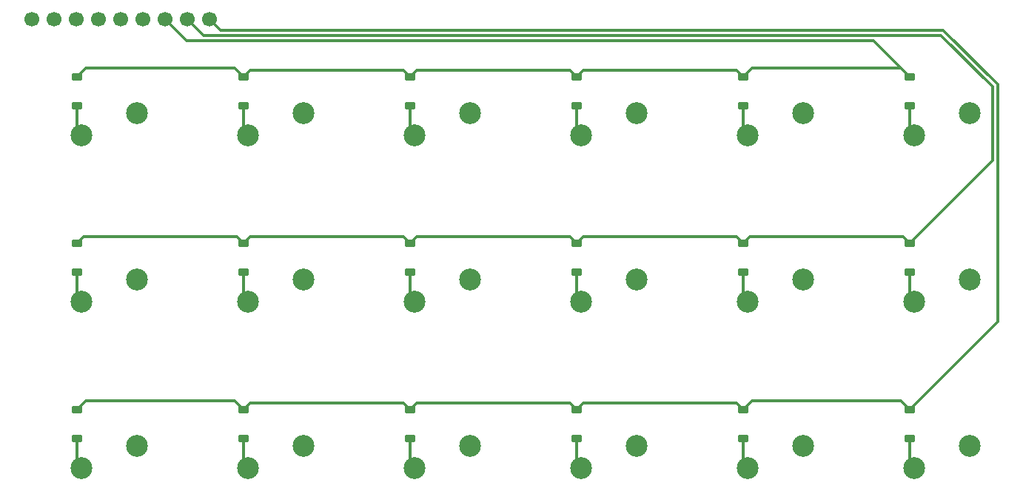
<source format=gbr>
%TF.GenerationSoftware,KiCad,Pcbnew,8.0.1*%
%TF.CreationDate,2025-04-02T15:04:39-04:00*%
%TF.ProjectId,ScottoPad,53636f74-746f-4506-9164-2e6b69636164,rev?*%
%TF.SameCoordinates,Original*%
%TF.FileFunction,Copper,L2,Bot*%
%TF.FilePolarity,Positive*%
%FSLAX46Y46*%
G04 Gerber Fmt 4.6, Leading zero omitted, Abs format (unit mm)*
G04 Created by KiCad (PCBNEW 8.0.1) date 2025-04-02 15:04:39*
%MOMM*%
%LPD*%
G01*
G04 APERTURE LIST*
G04 Aperture macros list*
%AMRoundRect*
0 Rectangle with rounded corners*
0 $1 Rounding radius*
0 $2 $3 $4 $5 $6 $7 $8 $9 X,Y pos of 4 corners*
0 Add a 4 corners polygon primitive as box body*
4,1,4,$2,$3,$4,$5,$6,$7,$8,$9,$2,$3,0*
0 Add four circle primitives for the rounded corners*
1,1,$1+$1,$2,$3*
1,1,$1+$1,$4,$5*
1,1,$1+$1,$6,$7*
1,1,$1+$1,$8,$9*
0 Add four rect primitives between the rounded corners*
20,1,$1+$1,$2,$3,$4,$5,0*
20,1,$1+$1,$4,$5,$6,$7,0*
20,1,$1+$1,$6,$7,$8,$9,0*
20,1,$1+$1,$8,$9,$2,$3,0*%
G04 Aperture macros list end*
%TA.AperFunction,ComponentPad*%
%ADD10C,2.500000*%
%TD*%
%TA.AperFunction,ComponentPad*%
%ADD11C,1.700000*%
%TD*%
%TA.AperFunction,SMDPad,CuDef*%
%ADD12RoundRect,0.225000X-0.375000X0.225000X-0.375000X-0.225000X0.375000X-0.225000X0.375000X0.225000X0*%
%TD*%
%TA.AperFunction,Conductor*%
%ADD13C,0.300000*%
%TD*%
G04 APERTURE END LIST*
D10*
%TO.P,S5,1,1*%
%TO.N,Net-(C4-Pad1)*%
X248919968Y-45720000D03*
%TO.P,S5,2,2*%
%TO.N,Net-(D5-A)*%
X242569968Y-48260000D03*
%TD*%
%TO.P,S11,1,1*%
%TO.N,Net-(C4-Pad1)*%
X248919968Y-64770000D03*
%TO.P,S11,2,2*%
%TO.N,Net-(D11-A)*%
X242569968Y-67310000D03*
%TD*%
%TO.P,S16,1,1*%
%TO.N,Net-(C3-Pad1)*%
X229869968Y-83820000D03*
%TO.P,S16,2,2*%
%TO.N,Net-(D16-A)*%
X223519968Y-86360000D03*
%TD*%
D11*
%TO.P,R1,1,1*%
%TO.N,Net-(D10-K)*%
X178434968Y-34925000D03*
%TD*%
D10*
%TO.P,S2,1,1*%
%TO.N,Net-(C1-Pad1)*%
X191769968Y-45720000D03*
%TO.P,S2,2,2*%
%TO.N,Net-(D2-A)*%
X185419968Y-48260000D03*
%TD*%
D11*
%TO.P,C5,1,1*%
%TO.N,Net-(C5-Pad1)*%
X173354968Y-34925000D03*
%TD*%
D10*
%TO.P,S4,1,1*%
%TO.N,Net-(C3-Pad1)*%
X229869968Y-45720000D03*
%TO.P,S4,2,2*%
%TO.N,Net-(D4-A)*%
X223519968Y-48260000D03*
%TD*%
%TO.P,S12,1,1*%
%TO.N,Net-(C5-Pad1)*%
X267969968Y-64770000D03*
%TO.P,S12,2,2*%
%TO.N,Net-(D12-A)*%
X261619968Y-67310000D03*
%TD*%
D11*
%TO.P,R0,1,1*%
%TO.N,Net-(D1-K)*%
X175894968Y-34925000D03*
%TD*%
D10*
%TO.P,S13,1,1*%
%TO.N,Net-(C0-Pad1)*%
X172719968Y-83820000D03*
%TO.P,S13,2,2*%
%TO.N,Net-(D13-A)*%
X166369968Y-86360000D03*
%TD*%
%TO.P,S6,1,1*%
%TO.N,Net-(C5-Pad1)*%
X267969968Y-45720000D03*
%TO.P,S6,2,2*%
%TO.N,Net-(D6-A)*%
X261619968Y-48260000D03*
%TD*%
%TO.P,S3,1,1*%
%TO.N,Net-(C2-Pad1)*%
X210819968Y-45720000D03*
%TO.P,S3,2,2*%
%TO.N,Net-(D3-A)*%
X204469968Y-48260000D03*
%TD*%
%TO.P,S1,1,1*%
%TO.N,Net-(C0-Pad1)*%
X172719968Y-45720000D03*
%TO.P,S1,2,2*%
%TO.N,Net-(D1-A)*%
X166369968Y-48260000D03*
%TD*%
D11*
%TO.P,C0,1,1*%
%TO.N,Net-(C0-Pad1)*%
X160654968Y-34925000D03*
%TD*%
%TO.P,C2,1,1*%
%TO.N,Net-(C2-Pad1)*%
X165734968Y-34925000D03*
%TD*%
D10*
%TO.P,S7,1,1*%
%TO.N,Net-(C0-Pad1)*%
X172719968Y-64770000D03*
%TO.P,S7,2,2*%
%TO.N,Net-(D7-A)*%
X166369968Y-67310000D03*
%TD*%
D11*
%TO.P,C1,1,1*%
%TO.N,Net-(C1-Pad1)*%
X163194968Y-34925000D03*
%TD*%
D10*
%TO.P,S15,1,1*%
%TO.N,Net-(C2-Pad1)*%
X210819968Y-83820000D03*
%TO.P,S15,2,2*%
%TO.N,Net-(D15-A)*%
X204469968Y-86360000D03*
%TD*%
%TO.P,S18,1,1*%
%TO.N,Net-(C5-Pad1)*%
X267969968Y-83820000D03*
%TO.P,S18,2,2*%
%TO.N,Net-(D18-A)*%
X261619968Y-86360000D03*
%TD*%
%TO.P,S10,1,1*%
%TO.N,Net-(C3-Pad1)*%
X229869968Y-64770000D03*
%TO.P,S10,2,2*%
%TO.N,Net-(D10-A)*%
X223519968Y-67310000D03*
%TD*%
D11*
%TO.P,C4,1,1*%
%TO.N,Net-(C4-Pad1)*%
X170814969Y-34925000D03*
%TD*%
D10*
%TO.P,S14,1,1*%
%TO.N,Net-(C1-Pad1)*%
X191769968Y-83820000D03*
%TO.P,S14,2,2*%
%TO.N,Net-(D14-A)*%
X185419968Y-86360000D03*
%TD*%
D11*
%TO.P,R2,1,1*%
%TO.N,Net-(D13-K)*%
X180974967Y-34925000D03*
%TD*%
D10*
%TO.P,S9,1,1*%
%TO.N,Net-(C2-Pad1)*%
X210819968Y-64770000D03*
%TO.P,S9,2,2*%
%TO.N,Net-(D9-A)*%
X204469968Y-67310000D03*
%TD*%
D11*
%TO.P,C3,1,1*%
%TO.N,Net-(C3-Pad1)*%
X168274967Y-34925000D03*
%TD*%
D10*
%TO.P,S17,1,1*%
%TO.N,Net-(C4-Pad1)*%
X248919968Y-83820000D03*
%TO.P,S17,2,2*%
%TO.N,Net-(D17-A)*%
X242569968Y-86360000D03*
%TD*%
%TO.P,S8,1,1*%
%TO.N,Net-(C1-Pad1)*%
X191769968Y-64770000D03*
%TO.P,S8,2,2*%
%TO.N,Net-(D8-A)*%
X185419968Y-67310000D03*
%TD*%
D12*
%TO.P,D2,1,K*%
%TO.N,Net-(D1-K)*%
X184857468Y-41530000D03*
%TO.P,D2,2,A*%
%TO.N,Net-(D2-A)*%
X184857468Y-44830000D03*
%TD*%
%TO.P,D6,1,K*%
%TO.N,Net-(D1-K)*%
X261057468Y-41530000D03*
%TO.P,D6,2,A*%
%TO.N,Net-(D6-A)*%
X261057468Y-44830000D03*
%TD*%
%TO.P,D11,1,K*%
%TO.N,Net-(D10-K)*%
X242007468Y-60580000D03*
%TO.P,D11,2,A*%
%TO.N,Net-(D11-A)*%
X242007468Y-63880000D03*
%TD*%
%TO.P,D8,1,K*%
%TO.N,Net-(D10-K)*%
X184857468Y-60580000D03*
%TO.P,D8,2,A*%
%TO.N,Net-(D8-A)*%
X184857468Y-63880000D03*
%TD*%
%TO.P,D3,1,K*%
%TO.N,Net-(D1-K)*%
X203907468Y-41530000D03*
%TO.P,D3,2,A*%
%TO.N,Net-(D3-A)*%
X203907468Y-44830000D03*
%TD*%
%TO.P,D5,1,K*%
%TO.N,Net-(D1-K)*%
X242007468Y-41530000D03*
%TO.P,D5,2,A*%
%TO.N,Net-(D5-A)*%
X242007468Y-44830000D03*
%TD*%
%TO.P,D9,1,K*%
%TO.N,Net-(D10-K)*%
X203907468Y-60580000D03*
%TO.P,D9,2,A*%
%TO.N,Net-(D9-A)*%
X203907468Y-63880000D03*
%TD*%
%TO.P,D18,1,K*%
%TO.N,Net-(D13-K)*%
X261057468Y-79630000D03*
%TO.P,D18,2,A*%
%TO.N,Net-(D18-A)*%
X261057468Y-82930000D03*
%TD*%
%TO.P,D15,1,K*%
%TO.N,Net-(D13-K)*%
X203907468Y-79630000D03*
%TO.P,D15,2,A*%
%TO.N,Net-(D15-A)*%
X203907468Y-82930000D03*
%TD*%
%TO.P,D16,1,K*%
%TO.N,Net-(D13-K)*%
X222957468Y-79630000D03*
%TO.P,D16,2,A*%
%TO.N,Net-(D16-A)*%
X222957468Y-82930000D03*
%TD*%
%TO.P,D7,1,K*%
%TO.N,Net-(D10-K)*%
X165807468Y-60580000D03*
%TO.P,D7,2,A*%
%TO.N,Net-(D7-A)*%
X165807468Y-63880000D03*
%TD*%
%TO.P,D13,1,K*%
%TO.N,Net-(D13-K)*%
X165807468Y-79630000D03*
%TO.P,D13,2,A*%
%TO.N,Net-(D13-A)*%
X165807468Y-82930000D03*
%TD*%
%TO.P,D1,1,K*%
%TO.N,Net-(D1-K)*%
X165807468Y-41530000D03*
%TO.P,D1,2,A*%
%TO.N,Net-(D1-A)*%
X165807468Y-44830000D03*
%TD*%
%TO.P,D12,1,K*%
%TO.N,Net-(D10-K)*%
X261057468Y-60580000D03*
%TO.P,D12,2,A*%
%TO.N,Net-(D12-A)*%
X261057468Y-63880000D03*
%TD*%
%TO.P,D4,1,K*%
%TO.N,Net-(D1-K)*%
X222957468Y-41530000D03*
%TO.P,D4,2,A*%
%TO.N,Net-(D4-A)*%
X222957468Y-44830000D03*
%TD*%
%TO.P,D10,1,K*%
%TO.N,Net-(D10-K)*%
X222957468Y-60580000D03*
%TO.P,D10,2,A*%
%TO.N,Net-(D10-A)*%
X222957468Y-63880000D03*
%TD*%
%TO.P,D17,1,K*%
%TO.N,Net-(D13-K)*%
X242007468Y-79630000D03*
%TO.P,D17,2,A*%
%TO.N,Net-(D17-A)*%
X242007468Y-82930000D03*
%TD*%
%TO.P,D14,1,K*%
%TO.N,Net-(D13-K)*%
X184857468Y-79630000D03*
%TO.P,D14,2,A*%
%TO.N,Net-(D14-A)*%
X184857468Y-82930000D03*
%TD*%
D13*
%TO.N,Net-(D1-K)*%
X203907468Y-41530000D02*
X204657468Y-40780000D01*
X165807468Y-41530000D02*
X166809920Y-40527548D01*
X261057468Y-41530000D02*
X260055016Y-40527548D01*
X175894968Y-34925000D02*
X178349968Y-37380000D01*
X185607468Y-40780000D02*
X203157468Y-40780000D01*
X178349968Y-37380000D02*
X256907468Y-37380000D01*
X203157468Y-40780000D02*
X203907468Y-41530000D01*
X256907468Y-37380000D02*
X261057468Y-41530000D01*
X166809920Y-40527548D02*
X183855016Y-40527548D01*
X204657468Y-40780000D02*
X222207468Y-40780000D01*
X222207468Y-40780000D02*
X222957468Y-41530000D01*
X223707468Y-40780000D02*
X241257468Y-40780000D01*
X183855016Y-40527548D02*
X184857468Y-41530000D01*
X260055016Y-40527548D02*
X243009920Y-40527548D01*
X184857468Y-41530000D02*
X185607468Y-40780000D01*
X243009920Y-40527548D02*
X242007468Y-41530000D01*
X241257468Y-40780000D02*
X242007468Y-41530000D01*
X222957468Y-41530000D02*
X223707468Y-40780000D01*
%TO.N,Net-(D1-A)*%
X165807468Y-47697500D02*
X166369968Y-48260000D01*
X165807468Y-44830000D02*
X165807468Y-47697500D01*
%TO.N,Net-(D2-A)*%
X184857468Y-44830000D02*
X184857468Y-47697500D01*
X184857468Y-47697500D02*
X185419968Y-48260000D01*
%TO.N,Net-(D3-A)*%
X203907468Y-47697500D02*
X204469968Y-48260000D01*
X203907468Y-44830000D02*
X203907468Y-47697500D01*
%TO.N,Net-(D4-A)*%
X222957468Y-47697500D02*
X223519968Y-48260000D01*
X222957468Y-44830000D02*
X222957468Y-47697500D01*
%TO.N,Net-(D5-A)*%
X242007468Y-47697500D02*
X242569968Y-48260000D01*
X242007468Y-44830000D02*
X242007468Y-47697500D01*
%TO.N,Net-(D6-A)*%
X261057468Y-44830000D02*
X261057468Y-47697500D01*
X261057468Y-47697500D02*
X261619968Y-48260000D01*
%TO.N,Net-(D7-A)*%
X165807468Y-66747500D02*
X166369968Y-67310000D01*
X165807468Y-63880000D02*
X165807468Y-66747500D01*
%TO.N,Net-(D10-K)*%
X241257468Y-59830000D02*
X242007468Y-60580000D01*
X222207468Y-59830000D02*
X222957468Y-60580000D01*
X223707468Y-59830000D02*
X241257468Y-59830000D01*
X180289968Y-36780000D02*
X264643090Y-36780000D01*
X260307468Y-59830000D02*
X261057468Y-60580000D01*
X204657468Y-59830000D02*
X222207468Y-59830000D01*
X270514968Y-42651878D02*
X270514968Y-51122500D01*
X270514968Y-51122500D02*
X261057468Y-60580000D01*
X184857468Y-60580000D02*
X185607468Y-59830000D01*
X184107468Y-59830000D02*
X184857468Y-60580000D01*
X242007468Y-60580000D02*
X242757468Y-59830000D01*
X165807468Y-60580000D02*
X166557468Y-59830000D01*
X203157468Y-59830000D02*
X203907468Y-60580000D01*
X185607468Y-59830000D02*
X203157468Y-59830000D01*
X264643090Y-36780000D02*
X270514968Y-42651878D01*
X203907468Y-60580000D02*
X204657468Y-59830000D01*
X242757468Y-59830000D02*
X260307468Y-59830000D01*
X166557468Y-59830000D02*
X184107468Y-59830000D01*
X178434968Y-34925000D02*
X180289968Y-36780000D01*
X222957468Y-60580000D02*
X223707468Y-59830000D01*
%TO.N,Net-(D8-A)*%
X184857468Y-63880000D02*
X184857468Y-66747500D01*
X184857468Y-66747500D02*
X185419968Y-67310000D01*
%TO.N,Net-(D9-A)*%
X203907468Y-63880000D02*
X203907468Y-66747500D01*
X203907468Y-66747500D02*
X204469968Y-67310000D01*
%TO.N,Net-(D10-A)*%
X222957468Y-66747500D02*
X223519968Y-67310000D01*
X222957468Y-63880000D02*
X222957468Y-66747500D01*
%TO.N,Net-(D11-A)*%
X242007468Y-63880000D02*
X242007468Y-66747500D01*
X242007468Y-66747500D02*
X242569968Y-67310000D01*
%TO.N,Net-(D12-A)*%
X261057468Y-66747500D02*
X261619968Y-67310000D01*
X261057468Y-63880000D02*
X261057468Y-66747500D01*
%TO.N,Net-(D13-K)*%
X271114968Y-69572500D02*
X271114968Y-42403350D01*
X261057468Y-79630000D02*
X271114968Y-69572500D01*
X271114968Y-42403350D02*
X264891618Y-36180000D01*
X204657468Y-78880000D02*
X203907468Y-79630000D01*
X183855016Y-78627548D02*
X184857468Y-79630000D01*
X182229967Y-36180000D02*
X180974967Y-34925000D01*
X203157468Y-78880000D02*
X185607468Y-78880000D01*
X242007468Y-79630000D02*
X241257468Y-78880000D01*
X241257468Y-78880000D02*
X223707468Y-78880000D01*
X166809920Y-78627548D02*
X183855016Y-78627548D01*
X261057468Y-79630000D02*
X260055016Y-78627548D01*
X223707468Y-78880000D02*
X222957468Y-79630000D01*
X203907468Y-79630000D02*
X203157468Y-78880000D01*
X264891618Y-36180000D02*
X182229967Y-36180000D01*
X222957468Y-79630000D02*
X222207468Y-78880000D01*
X185607468Y-78880000D02*
X184857468Y-79630000D01*
X243009920Y-78627548D02*
X242007468Y-79630000D01*
X222207468Y-78880000D02*
X204657468Y-78880000D01*
X260055016Y-78627548D02*
X243009920Y-78627548D01*
X165807468Y-79630000D02*
X166809920Y-78627548D01*
%TO.N,Net-(D13-A)*%
X165807468Y-85797500D02*
X166369968Y-86360000D01*
X165807468Y-82930000D02*
X165807468Y-85797500D01*
%TO.N,Net-(D14-A)*%
X184857468Y-85797500D02*
X185419968Y-86360000D01*
X184857468Y-82930000D02*
X184857468Y-85797500D01*
%TO.N,Net-(D15-A)*%
X203907468Y-82930000D02*
X203907468Y-85797500D01*
X203907468Y-85797500D02*
X204469968Y-86360000D01*
%TO.N,Net-(D16-A)*%
X222957468Y-82930000D02*
X222957468Y-85797500D01*
X222957468Y-85797500D02*
X223519968Y-86360000D01*
%TO.N,Net-(D17-A)*%
X242007468Y-85797500D02*
X242569968Y-86360000D01*
X242007468Y-82930000D02*
X242007468Y-85797500D01*
%TO.N,Net-(D18-A)*%
X261057468Y-85797500D02*
X261619968Y-86360000D01*
X261057468Y-82930000D02*
X261057468Y-85797500D01*
%TD*%
M02*

</source>
